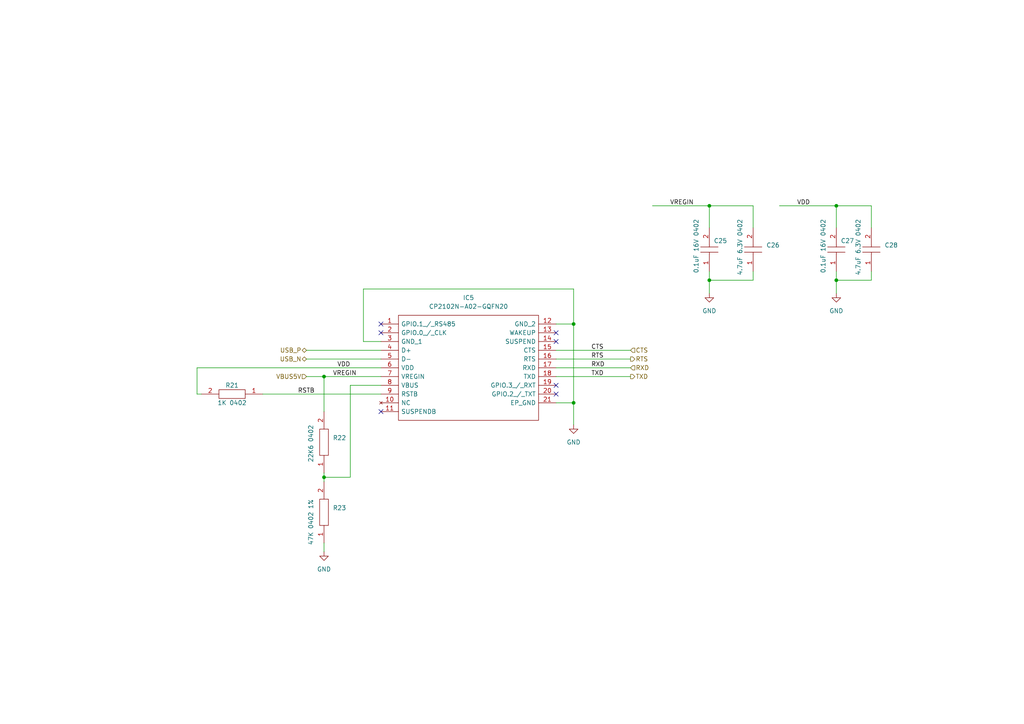
<source format=kicad_sch>
(kicad_sch (version 20231120) (generator "eeschema") (generator_version "8.0")
  (paper "A4")
  (title_block (title "USB SERIAL"))
  (lib_symbols
    (symbol "global_lib:CP2102N-A02-GQFN20" (pin_names (offset 0.762))
      (property "Reference" "IC" (at 46.99 7.62 0))
      (property "Value" "CP2102N-A02-GQFN20" (at 46.99 5.08 0))
      (symbol "CP2102N-A02-GQFN20_0_0"
        (pin passive line (at 0 0 0) (length 5.08) (name "GPIO.1_/_RS485") (number "1"))
        (pin no_connect line (at 0 -22.86 0) (length 5.08) (name "NC") (number "10"))
        (pin passive line (at 0 -25.4 0) (length 5.08) (name "SUSPENDB") (number "11"))
        (pin passive line (at 50.8 0 180) (length 5.08) (name "GND_2") (number "12"))
        (pin passive line (at 50.8 -2.54 180) (length 5.08) (name "WAKEUP") (number "13"))
        (pin passive line (at 50.8 -5.08 180) (length 5.08) (name "SUSPEND") (number "14"))
        (pin passive line (at 50.8 -7.62 180) (length 5.08) (name "CTS") (number "15"))
        (pin passive line (at 50.8 -10.16 180) (length 5.08) (name "RTS") (number "16"))
        (pin passive line (at 50.8 -12.7 180) (length 5.08) (name "RXD") (number "17"))
        (pin passive line (at 50.8 -15.24 180) (length 5.08) (name "TXD") (number "18"))
        (pin passive line (at 50.8 -17.78 180) (length 5.08) (name "GPIO.3_/_RXT") (number "19"))
        (pin passive line (at 0 -2.54 0) (length 5.08) (name "GPIO.0_/_CLK") (number "2"))
        (pin passive line (at 50.8 -20.32 180) (length 5.08) (name "GPIO.2_/_TXT") (number "20"))
        (pin passive line (at 50.8 -22.86 180) (length 5.08) (name "EP_GND") (number "21"))
        (pin passive line (at 0 -5.08 0) (length 5.08) (name "GND_1") (number "3"))
        (pin passive line (at 0 -7.62 0) (length 5.08) (name "D+") (number "4"))
        (pin passive line (at 0 -10.16 0) (length 5.08) (name "D-") (number "5"))
        (pin passive line (at 0 -12.7 0) (length 5.08) (name "VDD") (number "6"))
        (pin passive line (at 0 -15.24 0) (length 5.08) (name "VREGIN") (number "7"))
        (pin passive line (at 0 -17.78 0) (length 5.08) (name "VBUS") (number "8"))
        (pin passive line (at 0 -20.32 0) (length 5.08) (name "RSTB") (number "9"))
      )
      (symbol "CP2102N-A02-GQFN20_0_1"
        (polyline (pts (xy 5.08 2.54) (xy 45.72 2.54) (xy 45.72 -27.94) (xy 5.08 -27.94) (xy 5.08 2.54)) (stroke (width 0.1524)))
      )
    )
    (symbol "global_lib:GRM155R71C104KA88D" (pin_names (offset 0.762))
      (property "Reference" "C" (at 8.89 6.35 0))
      (property "Value" "GRM155R71C104KA88D" (at 8.89 3.81 0))
      (symbol "GRM155R71C104KA88D_0_0"
        (pin passive line (at 0 0 0) (length 5.08) (name "~") (number "1"))
        (pin passive line (at 12.7 0 180) (length 5.08) (name "~") (number "2"))
      )
      (symbol "GRM155R71C104KA88D_0_1"
        (polyline (pts (xy 5.08 0) (xy 5.588 0)) (stroke (width 0.1524)))
        (polyline (pts (xy 5.588 2.54) (xy 5.588 -2.54)) (stroke (width 0.1524)))
        (polyline (pts (xy 7.112 0) (xy 7.62 0)) (stroke (width 0.1524)))
        (polyline (pts (xy 7.112 2.54) (xy 7.112 -2.54)) (stroke (width 0.1524)))
      )
    )
    (symbol "my_cap:GRM155R60J475ME47D" (pin_names (offset 0.762))
      (property "Reference" "C" (at 8.89 6.35 0))
      (property "Value" "GRM155R60J475ME47D" (at 8.89 3.81 0))
      (symbol "GRM155R60J475ME47D_0_0"
        (pin passive line (at 0 0 0) (length 5.08) (name "~") (number "1"))
        (pin passive line (at 12.7 0 180) (length 5.08) (name "~") (number "2"))
      )
      (symbol "GRM155R60J475ME47D_0_1"
        (polyline (pts (xy 5.08 0) (xy 5.588 0)) (stroke (width 0.1524)))
        (polyline (pts (xy 5.588 2.54) (xy 5.588 -2.54)) (stroke (width 0.1524)))
        (polyline (pts (xy 7.112 0) (xy 7.62 0)) (stroke (width 0.1524)))
        (polyline (pts (xy 7.112 2.54) (xy 7.112 -2.54)) (stroke (width 0.1524)))
      )
    )
    (symbol "my_res:AT0402FRE0747KL" (pin_names (offset 0.762))
      (property "Reference" "R" (at 13.97 6.35 0))
      (property "Value" "AT0402FRE0747KL" (at 13.97 3.81 0))
      (symbol "AT0402FRE0747KL_0_0"
        (pin passive line (at 0 0 0) (length 5.08) (name "~") (number "1"))
        (pin passive line (at 17.78 0 180) (length 5.08) (name "~") (number "2"))
      )
      (symbol "AT0402FRE0747KL_0_1"
        (polyline (pts (xy 5.08 1.27) (xy 12.7 1.27) (xy 12.7 -1.27) (xy 5.08 -1.27) (xy 5.08 1.27)) (stroke (width 0.1524)))
      )
    )
    (symbol "my_res:CPF0402B22K6E1" (pin_names (offset 0.762))
      (property "Reference" "R" (at 13.97 6.35 0))
      (property "Value" "CPF0402B22K6E1" (at 13.97 3.81 0))
      (symbol "CPF0402B22K6E1_0_0"
        (pin passive line (at 0 0 0) (length 5.08) (name "~") (number "1"))
        (pin passive line (at 17.78 0 180) (length 5.08) (name "~") (number "2"))
      )
      (symbol "CPF0402B22K6E1_0_1"
        (polyline (pts (xy 5.08 1.27) (xy 12.7 1.27) (xy 12.7 -1.27) (xy 5.08 -1.27) (xy 5.08 1.27)) (stroke (width 0.1524)))
      )
    )
    (symbol "my_res:RT0402FRE071KL" (pin_names (offset 0.762))
      (property "Reference" "R" (at 13.97 6.35 0))
      (property "Value" "RT0402FRE071KL" (at 13.97 3.81 0))
      (symbol "RT0402FRE071KL_0_0"
        (pin passive line (at 0 0 0) (length 5.08) (name "~") (number "1"))
        (pin passive line (at 17.78 0 180) (length 5.08) (name "~") (number "2"))
      )
      (symbol "RT0402FRE071KL_0_1"
        (polyline (pts (xy 5.08 1.27) (xy 12.7 1.27) (xy 12.7 -1.27) (xy 5.08 -1.27) (xy 5.08 1.27)) (stroke (width 0.1524)))
      )
    )
    (symbol "power:GND" (power) (pin_names (offset 0))
      (property "Value" "GND" (at 0 -3.81 0))
      (symbol "GND_0_1"
        (polyline (pts (xy 0 0) (xy 0 -1.27) (xy 1.27 -1.27) (xy 0 -2.54) (xy -1.27 -1.27) (xy 0 -1.27)))
      )
      (symbol "GND_1_1"
        (pin power_in line (at 0 0 270) (length 0) hide (name "GND") (number "1"))
      )
    )
  )
  (junction (at 242.57 81.28))
  (junction (at 93.98 109.22))
  (junction (at 205.74 59.69))
  (junction (at 205.74 81.28))
  (junction (at 166.37 93.98))
  (junction (at 242.57 59.69))
  (junction (at 93.98 138.43))
  (junction (at 166.37 116.84))
  (no_connect (at 110.49 93.98))
  (no_connect (at 110.49 96.52))
  (no_connect (at 161.29 96.52))
  (no_connect (at 110.49 119.38))
  (no_connect (at 161.29 99.06))
  (no_connect (at 161.29 111.76))
  (no_connect (at 161.29 114.3))
  (wire (pts (xy 166.37 83.82) (xy 166.37 93.98)))
  (wire (pts (xy 105.41 99.06) (xy 105.41 83.82)))
  (wire (pts (xy 218.44 59.69) (xy 205.74 59.69)))
  (wire (pts (xy 110.49 99.06) (xy 105.41 99.06)))
  (wire (pts (xy 88.9 109.22) (xy 93.98 109.22)))
  (wire (pts (xy 93.98 109.22) (xy 93.98 119.38)))
  (wire (pts (xy 166.37 116.84) (xy 161.29 116.84)))
  (wire (pts (xy 57.15 106.68) (xy 110.49 106.68)))
  (wire (pts (xy 161.29 109.22) (xy 182.88 109.22)))
  (wire (pts (xy 166.37 93.98) (xy 166.37 116.84)))
  (wire (pts (xy 205.74 66.04) (xy 205.74 59.69)))
  (wire (pts (xy 161.29 106.68) (xy 182.88 106.68)))
  (wire (pts (xy 93.98 137.16) (xy 93.98 138.43)))
  (wire (pts (xy 161.29 104.14) (xy 182.88 104.14)))
  (wire (pts (xy 252.73 81.28) (xy 242.57 81.28)))
  (wire (pts (xy 242.57 81.28) (xy 242.57 85.09)))
  (wire (pts (xy 252.73 78.74) (xy 252.73 81.28)))
  (wire (pts (xy 57.15 114.3) (xy 57.15 106.68)))
  (wire (pts (xy 205.74 78.74) (xy 205.74 81.28)))
  (wire (pts (xy 76.2 114.3) (xy 110.49 114.3)))
  (wire (pts (xy 218.44 66.04) (xy 218.44 59.69)))
  (wire (pts (xy 110.49 111.76) (xy 101.6 111.76)))
  (wire (pts (xy 93.98 109.22) (xy 110.49 109.22)))
  (wire (pts (xy 105.41 83.82) (xy 166.37 83.82)))
  (wire (pts (xy 166.37 93.98) (xy 161.29 93.98)))
  (wire (pts (xy 93.98 138.43) (xy 93.98 139.7)))
  (wire (pts (xy 57.15 114.3) (xy 58.42 114.3)))
  (wire (pts (xy 161.29 101.6) (xy 182.88 101.6)))
  (wire (pts (xy 242.57 78.74) (xy 242.57 81.28)))
  (wire (pts (xy 242.57 66.04) (xy 242.57 59.69)))
  (wire (pts (xy 252.73 59.69) (xy 242.57 59.69)))
  (wire (pts (xy 205.74 81.28) (xy 205.74 85.09)))
  (wire (pts (xy 93.98 157.48) (xy 93.98 160.02)))
  (wire (pts (xy 252.73 66.04) (xy 252.73 59.69)))
  (wire (pts (xy 88.9 101.6) (xy 110.49 101.6)))
  (wire (pts (xy 226.06 59.69) (xy 242.57 59.69)))
  (wire (pts (xy 88.9 104.14) (xy 110.49 104.14)))
  (wire (pts (xy 189.23 59.69) (xy 205.74 59.69)))
  (wire (pts (xy 166.37 116.84) (xy 166.37 123.19)))
  (wire (pts (xy 205.74 81.28) (xy 218.44 81.28)))
  (wire (pts (xy 101.6 138.43) (xy 93.98 138.43)))
  (wire (pts (xy 101.6 111.76) (xy 101.6 138.43)))
  (wire (pts (xy 218.44 78.74) (xy 218.44 81.28)))
  (label "RXD" (at 171.45 106.68 0))
  (label "VREGIN" (at 194.31 59.69 0))
  (label "RTS" (at 171.45 104.14 0))
  (label "VDD" (at 97.79 106.68 0))
  (label "VDD" (at 231.14 59.69 0))
  (label "CTS" (at 171.45 101.6 0))
  (label "TXD" (at 171.45 109.22 0))
  (label "VREGIN" (at 96.52 109.22 0))
  (label "RSTB" (at 86.36 114.3 0))
  (hierarchical_label "VBUS5V" (shape input) (at 88.9 109.22 180))
  (hierarchical_label "USB_P" (shape bidirectional) (at 88.9 101.6 180))
  (hierarchical_label "CTS" (shape input) (at 182.88 101.6 0))
  (hierarchical_label "RXD" (shape input) (at 182.88 106.68 0))
  (hierarchical_label "RTS" (shape output) (at 182.88 104.14 0))
  (hierarchical_label "TXD" (shape output) (at 182.88 109.22 0))
  (hierarchical_label "USB_N" (shape bidirectional) (at 88.9 104.14 180))
  (symbol (lib_id "global_lib:GRM155R71C104KA88D") (at 242.57 78.74 90) (unit 1)
    (property "Reference" "C27" (at 243.84 69.85 90) (effects (justify right)))
    (property "Value" "0.1uF 16V 0402" (at 238.76 63.5 0) (effects (justify right)))
    (property "Footprint" "C_0402_1005Metric" (effects (hide yes)))
    (property "Datasheet" "https://datasheet.datasheetarchive.com/originals/distributors/Datasheets_SAMA/ec4f1577dddcc7a13ddad897a28002d3.pdf" (effects (hide yes)))
    (property "Description" "Ceramic  SMT capacitor 100nF 16Vdc Murata 0402 GRM 100nF Ceramic Multilayer Capacitor, 16 V dc X7R Dielectric ??10%" (effects (hide yes)))
    (property "Height" "0.55" (effects (hide yes)))
    (property "Manufacturer_Name" "Murata Electronics" (effects (hide yes)))
    (property "Manufacturer_Part_Number" "GRM155R71C104KA88D" (effects (hide yes)))
    (property "Mouser Part Number" "N/A" (effects (hide yes)))
    (property "Arrow Part Number" "GRM155R71C104KA88D" (effects (hide yes)))
    (property "Arrow Price/Stock" "https://www.arrow.com/en/products/grm155r71c104ka88d/murata-manufacturing?region=nac" (effects (hide yes)))
    (instances (project "dock_T800_v3" (path "" (reference "C27") (unit 1)) (path "" (reference "C23") (unit 1))))
  )
  (symbol (lib_id "my_cap:GRM155R60J475ME47D") (at 218.44 78.74 90) (unit 1)
    (property "Reference" "C26" (at 222.25 71.1199 90) (effects (justify right)))
    (property "Value" "4.7uF 6.3V 0402" (at 214.63 63.5 0) (effects (justify right)))
    (property "Footprint" "C_0402_1005Metric" (effects (hide yes)))
    (property "Datasheet" "https://psearch.en.murata.com/capacitor/product/GRM155R60J475ME47%23.html" (effects (hide yes)))
    (property "Description" "MURATA - GRM155R60J475ME47D - CAP, MLCC, X5R, 4.7UF, 6.3V, 0402" (effects (hide yes)))
    (property "Height" "0.6" (effects (hide yes)))
    (property "Manufacturer_Name" "Murata Electronics" (effects (hide yes)))
    (property "Manufacturer_Part_Number" "GRM155R60J475ME47D" (effects (hide yes)))
    (property "Mouser Part Number" "81-GRM155R60J475ME7D" (effects (hide yes)))
    (property "Mouser Price/Stock" "https://www.mouser.co.uk/ProductDetail/Murata-Electronics/GRM155R60J475ME47D?qs=OCU2Oztfa2a4ocPC5S3YIg%3D%3D" (effects (hide yes)))
    (property "Arrow Part Number" "GRM155R60J475ME47D" (effects (hide yes)))
    (property "Arrow Price/Stock" "https://www.arrow.com/en/products/grm155r60j475me47d/murata-manufacturing" (effects (hide yes)))
    (instances (project "dock_T800_v3" (path "" (reference "C26") (unit 1)) (path "" (reference "C22") (unit 1))))
  )
  (symbol (lib_id "my_res:RT0402FRE071KL") (at 76.2 114.3 180) (unit 1)
    (property "Reference" "R21" (at 67.31 111.76 0))
    (property "Value" "1K 0402" (at 67.31 116.84 0))
    (property "Footprint" "R_0402_1005Metric" (effects (hide yes)))
    (property "Datasheet" "https://datasheet.datasheetarchive.com/originals/distributors/Datasheets_SAMA/a1f8f48f216d234b3e6a96d43a77a0c1.pdf" (effects (hide yes)))
    (property "Description" "Thin Film Resistors - SMD 1K ohm 1% 1/16W" (effects (hide yes)))
    (property "Height" "0.35" (effects (hide yes)))
    (property "Manufacturer_Name" "KEMET" (effects (hide yes)))
    (property "Manufacturer_Part_Number" "RT0402FRE071KL" (effects (hide yes)))
    (property "Mouser Part Number" "603-RT0402FRE071KL" (effects (hide yes)))
    (property "Mouser Price/Stock" "https://www.mouser.co.uk/ProductDetail/YAGEO/RT0402FRE071KL?qs=BXCcY9r%252B08AJmLKodK5LLA%3D%3D" (effects (hide yes)))
    (property "Arrow Part Number" "RT0402FRE071KL" (effects (hide yes)))
    (property "Arrow Price/Stock" "https://www.arrow.com/en/products/rt0402fre071kl/yageo?region=nac" (effects (hide yes)))
    (instances (project "dock_T800_v3" (path "" (reference "R21") (unit 1)) (path "" (reference "R18") (unit 1))))
  )
  (symbol (lib_id "my_res:AT0402FRE0747KL") (at 93.98 157.48 90) (unit 1)
    (property "Reference" "R23" (at 96.52 147.3199 90) (effects (justify right)))
    (property "Value" "47K 0402 1%" (at 90.17 144.78 0) (effects (justify right)))
    (property "Footprint" "R_0402_1005Metric" (effects (hide yes)))
    (property "Description" "Thin Film Resistors - SMD 0402 47kOhms 1 % 50PPM 62.5mW AECQ200" (effects (hide yes)))
    (property "Height" "0.35" (effects (hide yes)))
    (property "Manufacturer_Name" "KEMET" (effects (hide yes)))
    (property "Manufacturer_Part_Number" "AT0402FRE0747KL" (effects (hide yes)))
    (instances (project "dock_T800_v3" (path "" (reference "R23") (unit 1)) (path "" (reference "R20") (unit 1))))
  )
  (symbol (lib_id "power:GND") (at 242.57 85.09 0) (unit 1)
    (property "Reference" "#PWR030" (effects (hide yes)))
    (property "Value" "GND" (at 242.57 90.17 0))
    (instances (project "dock_T800_v3" (path "" (reference "#PWR030") (unit 1)) (path "" (reference "#PWR026") (unit 1))))
  )
  (symbol (lib_id "my_res:CPF0402B22K6E1") (at 93.98 137.16 90) (unit 1)
    (property "Reference" "R22" (at 96.52 126.9999 90) (effects (justify right)))
    (property "Value" "22K6 0402" (at 90.17 123.19 0) (effects (justify right)))
    (property "Footprint" "R_0402_1005Metric" (effects (hide yes)))
    (property "Datasheet" "http://www.farnell.com/datasheets/1786775.pdf" (effects (hide yes)))
    (property "Description" "TE Connectivity CPF Series Precision Thin Film Surface Mount Resistor 402 Case 22.6k +/-0.1% 0.063W +/-25ppm/C" (effects (hide yes)))
    (property "Height" "0.35" (effects (hide yes)))
    (property "Manufacturer_Name" "TE Connectivity" (effects (hide yes)))
    (property "Manufacturer_Part_Number" "CPF0402B22K6E1" (effects (hide yes)))
    (property "Mouser Part Number" "279-CPF0402B22K6E1" (effects (hide yes)))
    (property "Mouser Price/Stock" "https://www.mouser.com/Search/Refine.aspx?Keyword=279-CPF0402B22K6E1" (effects (hide yes)))
    (instances (project "dock_T800_v3" (path "" (reference "R22") (unit 1)) (path "" (reference "R19") (unit 1))))
  )
  (symbol (lib_id "power:GND") (at 93.98 160.02 0) (unit 1)
    (property "Reference" "#PWR027" (effects (hide yes)))
    (property "Value" "GND" (at 93.98 165.1 0))
    (instances (project "dock_T800_v3" (path "" (reference "#PWR027") (unit 1)) (path "" (reference "#PWR023") (unit 1))))
  )
  (symbol (lib_id "global_lib:CP2102N-A02-GQFN20") (at 110.49 93.98 0) (unit 1)
    (property "Reference" "IC5" (at 135.89 86.36 0))
    (property "Value" "CP2102N-A02-GQFN20" (at 135.89 88.9 0))
    (property "Footprint" "CP2102NA02GQFN20" (effects (hide yes)))
    (property "Datasheet" "https://www.silabs.com/documents/public/data-sheets/cp2102n-datasheet.pdf" (effects (hide yes)))
    (property "Description" "USB Interface IC USB to UART bridge - QFN20" (effects (hide yes)))
    (property "Height" "0.8" (effects (hide yes)))
    (property "Manufacturer_Name" "Silicon Labs" (effects (hide yes)))
    (property "Manufacturer_Part_Number" "CP2102N-A02-GQFN20" (effects (hide yes)))
    (property "Mouser Part Number" "634-CP2102NA02GQFN20" (effects (hide yes)))
    (property "Mouser Price/Stock" "https://www.mouser.co.uk/ProductDetail/Silicon-Labs/CP2102N-A02-GQFN20?qs=u16ybLDytRaG8WdlP0fT2g%3D%3D" (effects (hide yes)))
    (property "Arrow Part Number" "CP2102N-A02-GQFN20" (effects (hide yes)))
    (property "Arrow Price/Stock" "https://www.arrow.com/en/products/cp2102n-a02-gqfn20/silicon-labs?region=nac" (effects (hide yes)))
    (instances (project "dock_T800_v3" (path "" (reference "IC5") (unit 1)) (path "" (reference "IC4") (unit 1))))
  )
  (symbol (lib_id "global_lib:GRM155R71C104KA88D") (at 205.74 78.74 90) (unit 1)
    (property "Reference" "C25" (at 207.01 69.85 90) (effects (justify right)))
    (property "Value" "0.1uF 16V 0402" (at 201.93 63.5 0) (effects (justify right)))
    (property "Footprint" "C_0402_1005Metric" (effects (hide yes)))
    (property "Datasheet" "https://datasheet.datasheetarchive.com/originals/distributors/Datasheets_SAMA/ec4f1577dddcc7a13ddad897a28002d3.pdf" (effects (hide yes)))
    (property "Description" "Ceramic  SMT capacitor 100nF 16Vdc Murata 0402 GRM 100nF Ceramic Multilayer Capacitor, 16 V dc X7R Dielectric ??10%" (effects (hide yes)))
    (property "Height" "0.55" (effects (hide yes)))
    (property "Manufacturer_Name" "Murata Electronics" (effects (hide yes)))
    (property "Manufacturer_Part_Number" "GRM155R71C104KA88D" (effects (hide yes)))
    (property "Mouser Part Number" "N/A" (effects (hide yes)))
    (property "Arrow Part Number" "GRM155R71C104KA88D" (effects (hide yes)))
    (property "Arrow Price/Stock" "https://www.arrow.com/en/products/grm155r71c104ka88d/murata-manufacturing?region=nac" (effects (hide yes)))
    (instances (project "dock_T800_v3" (path "" (reference "C25") (unit 1)) (path "" (reference "C21") (unit 1))))
  )
  (symbol (lib_id "my_cap:GRM155R60J475ME47D") (at 252.73 78.74 90) (unit 1)
    (property "Reference" "C28" (at 256.54 71.1199 90) (effects (justify right)))
    (property "Value" "4.7uF 6.3V 0402" (at 248.92 63.5 0) (effects (justify right)))
    (property "Footprint" "C_0402_1005Metric" (effects (hide yes)))
    (property "Datasheet" "https://psearch.en.murata.com/capacitor/product/GRM155R60J475ME47%23.html" (effects (hide yes)))
    (property "Description" "MURATA - GRM155R60J475ME47D - CAP, MLCC, X5R, 4.7UF, 6.3V, 0402" (effects (hide yes)))
    (property "Height" "0.6" (effects (hide yes)))
    (property "Manufacturer_Name" "Murata Electronics" (effects (hide yes)))
    (property "Manufacturer_Part_Number" "GRM155R60J475ME47D" (effects (hide yes)))
    (property "Mouser Part Number" "81-GRM155R60J475ME7D" (effects (hide yes)))
    (property "Mouser Price/Stock" "https://www.mouser.co.uk/ProductDetail/Murata-Electronics/GRM155R60J475ME47D?qs=OCU2Oztfa2a4ocPC5S3YIg%3D%3D" (effects (hide yes)))
    (property "Arrow Part Number" "GRM155R60J475ME47D" (effects (hide yes)))
    (property "Arrow Price/Stock" "https://www.arrow.com/en/products/grm155r60j475me47d/murata-manufacturing" (effects (hide yes)))
    (instances (project "dock_T800_v3" (path "" (reference "C28") (unit 1)) (path "" (reference "C24") (unit 1))))
  )
  (symbol (lib_id "power:GND") (at 205.74 85.09 0) (unit 1)
    (property "Reference" "#PWR029" (effects (hide yes)))
    (property "Value" "GND" (at 205.74 90.17 0))
    (instances (project "dock_T800_v3" (path "" (reference "#PWR029") (unit 1)) (path "" (reference "#PWR025") (unit 1))))
  )
  (symbol (lib_id "power:GND") (at 166.37 123.19 0) (unit 1)
    (property "Reference" "#PWR028" (effects (hide yes)))
    (property "Value" "GND" (at 166.37 128.27 0))
    (instances (project "dock_T800_v3" (path "" (reference "#PWR028") (unit 1)) (path "" (reference "#PWR024") (unit 1))))
  )
)
</source>
